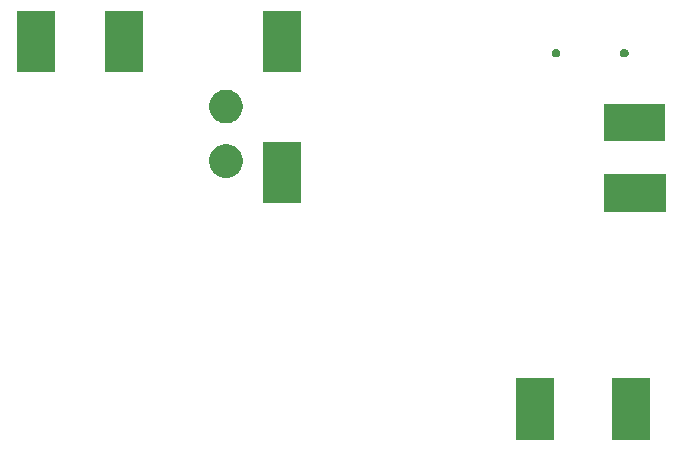
<source format=gbr>
G04 #@! TF.GenerationSoftware,KiCad,Pcbnew,(5.1.5)-3*
G04 #@! TF.CreationDate,2020-06-11T09:31:08-05:00*
G04 #@! TF.ProjectId,Li-ion 5A Boost 1A Charge Protect,4c692d69-6f6e-4203-9541-20426f6f7374,rev?*
G04 #@! TF.SameCoordinates,Original*
G04 #@! TF.FileFunction,Soldermask,Bot*
G04 #@! TF.FilePolarity,Negative*
%FSLAX46Y46*%
G04 Gerber Fmt 4.6, Leading zero omitted, Abs format (unit mm)*
G04 Created by KiCad (PCBNEW (5.1.5)-3) date 2020-06-11 09:31:08*
%MOMM*%
%LPD*%
G04 APERTURE LIST*
%ADD10C,0.100000*%
G04 APERTURE END LIST*
D10*
G36*
X163351600Y-89706600D02*
G01*
X160148400Y-89706600D01*
X160148400Y-84503400D01*
X163351600Y-84503400D01*
X163351600Y-89706600D01*
G37*
G36*
X171501600Y-89706600D02*
G01*
X168298400Y-89706600D01*
X168298400Y-84503400D01*
X171501600Y-84503400D01*
X171501600Y-89706600D01*
G37*
G36*
X172851600Y-70451600D02*
G01*
X167648400Y-70451600D01*
X167648400Y-67248400D01*
X172851600Y-67248400D01*
X172851600Y-70451600D01*
G37*
G36*
X141951600Y-69701600D02*
G01*
X138748400Y-69701600D01*
X138748400Y-64498400D01*
X141951600Y-64498400D01*
X141951600Y-69701600D01*
G37*
G36*
X136025949Y-64728800D02*
G01*
X136285463Y-64836294D01*
X136285464Y-64836295D01*
X136519022Y-64992353D01*
X136717647Y-65190978D01*
X136717648Y-65190980D01*
X136873706Y-65424537D01*
X136981200Y-65684051D01*
X137036000Y-65959550D01*
X137036000Y-66240450D01*
X136981200Y-66515949D01*
X136873706Y-66775463D01*
X136873705Y-66775464D01*
X136717647Y-67009022D01*
X136519022Y-67207647D01*
X136401450Y-67286206D01*
X136285463Y-67363706D01*
X136025949Y-67471200D01*
X135750450Y-67526000D01*
X135469550Y-67526000D01*
X135194051Y-67471200D01*
X134934537Y-67363706D01*
X134818550Y-67286206D01*
X134700978Y-67207647D01*
X134502353Y-67009022D01*
X134346295Y-66775464D01*
X134346294Y-66775463D01*
X134238800Y-66515949D01*
X134184000Y-66240450D01*
X134184000Y-65959550D01*
X134238800Y-65684051D01*
X134346294Y-65424537D01*
X134502352Y-65190980D01*
X134502353Y-65190978D01*
X134700978Y-64992353D01*
X134934536Y-64836295D01*
X134934537Y-64836294D01*
X135194051Y-64728800D01*
X135469550Y-64674000D01*
X135750450Y-64674000D01*
X136025949Y-64728800D01*
G37*
G36*
X172801600Y-64451600D02*
G01*
X167598400Y-64451600D01*
X167598400Y-61248400D01*
X172801600Y-61248400D01*
X172801600Y-64451600D01*
G37*
G36*
X136025949Y-60128800D02*
G01*
X136285463Y-60236294D01*
X136285464Y-60236295D01*
X136519022Y-60392353D01*
X136717647Y-60590978D01*
X136717648Y-60590980D01*
X136873706Y-60824537D01*
X136981200Y-61084051D01*
X137036000Y-61359550D01*
X137036000Y-61640450D01*
X136981200Y-61915949D01*
X136873706Y-62175463D01*
X136873705Y-62175464D01*
X136717647Y-62409022D01*
X136519022Y-62607647D01*
X136401450Y-62686206D01*
X136285463Y-62763706D01*
X136025949Y-62871200D01*
X135750450Y-62926000D01*
X135469550Y-62926000D01*
X135194051Y-62871200D01*
X134934537Y-62763706D01*
X134818550Y-62686206D01*
X134700978Y-62607647D01*
X134502353Y-62409022D01*
X134346295Y-62175464D01*
X134346294Y-62175463D01*
X134238800Y-61915949D01*
X134184000Y-61640450D01*
X134184000Y-61359550D01*
X134238800Y-61084051D01*
X134346294Y-60824537D01*
X134502352Y-60590980D01*
X134502353Y-60590978D01*
X134700978Y-60392353D01*
X134934536Y-60236295D01*
X134934537Y-60236294D01*
X135194051Y-60128800D01*
X135469550Y-60074000D01*
X135750450Y-60074000D01*
X136025949Y-60128800D01*
G37*
G36*
X121101600Y-58601600D02*
G01*
X117898400Y-58601600D01*
X117898400Y-53398400D01*
X121101600Y-53398400D01*
X121101600Y-58601600D01*
G37*
G36*
X128601600Y-58601600D02*
G01*
X125398400Y-58601600D01*
X125398400Y-53398400D01*
X128601600Y-53398400D01*
X128601600Y-58601600D01*
G37*
G36*
X141951600Y-58601600D02*
G01*
X138748400Y-58601600D01*
X138748400Y-53398400D01*
X141951600Y-53398400D01*
X141951600Y-58601600D01*
G37*
G36*
X169439672Y-56608449D02*
G01*
X169439674Y-56608450D01*
X169439675Y-56608450D01*
X169508103Y-56636793D01*
X169569686Y-56677942D01*
X169622058Y-56730314D01*
X169663207Y-56791897D01*
X169691550Y-56860325D01*
X169706000Y-56932967D01*
X169706000Y-57007033D01*
X169691550Y-57079675D01*
X169663207Y-57148103D01*
X169622058Y-57209686D01*
X169569686Y-57262058D01*
X169508103Y-57303207D01*
X169439675Y-57331550D01*
X169439674Y-57331550D01*
X169439672Y-57331551D01*
X169367034Y-57346000D01*
X169292966Y-57346000D01*
X169220328Y-57331551D01*
X169220326Y-57331550D01*
X169220325Y-57331550D01*
X169151897Y-57303207D01*
X169090314Y-57262058D01*
X169037942Y-57209686D01*
X168996793Y-57148103D01*
X168968450Y-57079675D01*
X168954000Y-57007033D01*
X168954000Y-56932967D01*
X168968450Y-56860325D01*
X168996793Y-56791897D01*
X169037942Y-56730314D01*
X169090314Y-56677942D01*
X169151897Y-56636793D01*
X169220325Y-56608450D01*
X169220326Y-56608450D01*
X169220328Y-56608449D01*
X169292966Y-56594000D01*
X169367034Y-56594000D01*
X169439672Y-56608449D01*
G37*
G36*
X163659672Y-56608449D02*
G01*
X163659674Y-56608450D01*
X163659675Y-56608450D01*
X163728103Y-56636793D01*
X163789686Y-56677942D01*
X163842058Y-56730314D01*
X163883207Y-56791897D01*
X163911550Y-56860325D01*
X163926000Y-56932967D01*
X163926000Y-57007033D01*
X163911550Y-57079675D01*
X163883207Y-57148103D01*
X163842058Y-57209686D01*
X163789686Y-57262058D01*
X163728103Y-57303207D01*
X163659675Y-57331550D01*
X163659674Y-57331550D01*
X163659672Y-57331551D01*
X163587034Y-57346000D01*
X163512966Y-57346000D01*
X163440328Y-57331551D01*
X163440326Y-57331550D01*
X163440325Y-57331550D01*
X163371897Y-57303207D01*
X163310314Y-57262058D01*
X163257942Y-57209686D01*
X163216793Y-57148103D01*
X163188450Y-57079675D01*
X163174000Y-57007033D01*
X163174000Y-56932967D01*
X163188450Y-56860325D01*
X163216793Y-56791897D01*
X163257942Y-56730314D01*
X163310314Y-56677942D01*
X163371897Y-56636793D01*
X163440325Y-56608450D01*
X163440326Y-56608450D01*
X163440328Y-56608449D01*
X163512966Y-56594000D01*
X163587034Y-56594000D01*
X163659672Y-56608449D01*
G37*
M02*

</source>
